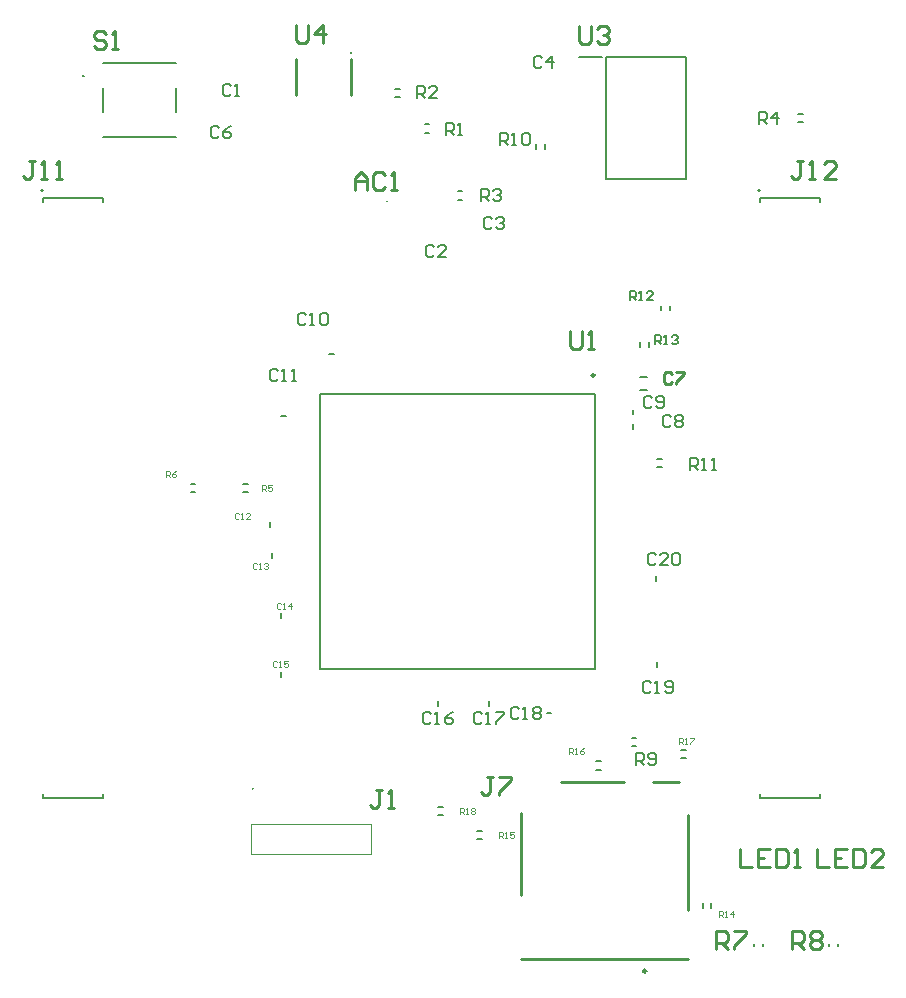
<source format=gto>
G04*
G04 #@! TF.GenerationSoftware,Altium Limited,Altium Designer,23.11.1 (41)*
G04*
G04 Layer_Color=65535*
%FSLAX25Y25*%
%MOIN*%
G70*
G04*
G04 #@! TF.SameCoordinates,3206F265-2646-4181-9204-0E6D39A93BEF*
G04*
G04*
G04 #@! TF.FilePolarity,Positive*
G04*
G01*
G75*
%ADD10C,0.00787*%
%ADD11C,0.00984*%
%ADD12C,0.01000*%
%ADD13C,0.00591*%
%ADD14C,0.00394*%
%ADD15C,0.00500*%
%ADD16C,0.00800*%
%ADD17C,0.00400*%
%ADD18C,0.00600*%
D10*
X33119Y279359D02*
G03*
X33119Y279359I-394J0D01*
G01*
X103169Y80000D02*
G03*
X103169Y80000I-197J0D01*
G01*
X272072Y279359D02*
G03*
X272072Y279359I-394J0D01*
G01*
X147683Y275843D02*
G03*
X147683Y275843I-106J0D01*
G01*
X46191Y317400D02*
G03*
X46585Y317400I197J0D01*
G01*
D02*
G03*
X46191Y317400I-197J0D01*
G01*
D02*
G03*
X46585Y317400I197J0D01*
G01*
X32969Y275422D02*
Y276800D01*
Y76800D02*
Y78178D01*
X52973Y76800D02*
Y78178D01*
Y275422D02*
Y276800D01*
X32969Y76800D02*
X52973D01*
X32969Y276800D02*
X52973D01*
X164760Y71122D02*
X166335D01*
X164760Y73878D02*
X166335D01*
X245713Y92878D02*
X247287D01*
X245713Y90122D02*
X247287D01*
X177713Y63122D02*
X179287D01*
X177713Y65878D02*
X179287D01*
X253059Y40232D02*
Y41807D01*
X255815Y40232D02*
Y41807D01*
X217460Y89124D02*
X219035D01*
X217460Y86368D02*
X219035D01*
X216966Y119934D02*
Y211666D01*
X125234Y119934D02*
X216966D01*
X125234D02*
Y211666D01*
X216966D01*
X232122Y227213D02*
Y228787D01*
X234878Y227213D02*
Y228787D01*
X241878Y239387D02*
Y240962D01*
X239122Y239387D02*
Y240962D01*
X82287Y181484D02*
X83862D01*
X82287Y178728D02*
X83862D01*
X99648D02*
X101223D01*
X99648Y181484D02*
X101223D01*
X237713Y187122D02*
X239287D01*
X237713Y189878D02*
X239287D01*
X197475Y293213D02*
Y294787D01*
X200231Y293213D02*
Y294787D01*
X229260Y96878D02*
X230835D01*
X229260Y94122D02*
X230835D01*
X271922Y276800D02*
X291926D01*
X271922Y76800D02*
X291926D01*
Y275422D02*
Y276800D01*
Y76800D02*
Y78178D01*
X271922Y76800D02*
Y78178D01*
Y275422D02*
Y276800D01*
X284713Y304878D02*
X286287D01*
X284713Y302122D02*
X286287D01*
X150348Y310476D02*
X151922D01*
X150348Y313232D02*
X151922D01*
X160213Y298622D02*
X161787D01*
X160213Y301378D02*
X161787D01*
X171213Y276359D02*
X172787D01*
X171213Y279115D02*
X172787D01*
X220634Y323744D02*
X247366D01*
Y283256D02*
Y323744D01*
X220634Y283256D02*
X247366D01*
X220634D02*
Y323744D01*
X211657Y323756D02*
X219256D01*
X52884Y321731D02*
X77294D01*
X52884Y297321D02*
X77294D01*
X52884Y305589D02*
Y313463D01*
X77294Y305589D02*
Y313463D01*
D11*
X216868Y217769D02*
G03*
X216868Y217769I-492J0D01*
G01*
D12*
X234142Y19180D02*
G03*
X234142Y19180I-551J0D01*
G01*
X135760Y325169D02*
G03*
X135760Y325169I-177J0D01*
G01*
X192417Y23183D02*
X248087D01*
Y39396D02*
Y71345D01*
X192417Y44648D02*
Y71959D01*
X205669Y82042D02*
X226764D01*
X236217D02*
X245055D01*
X135791Y311264D02*
Y323075D01*
X117287Y311264D02*
Y323075D01*
X242834Y218333D02*
X242167Y218999D01*
X240834D01*
X240168Y218333D01*
Y215667D01*
X240834Y215001D01*
X242167D01*
X242834Y215667D01*
X244166Y218999D02*
X246832D01*
Y218333D01*
X244166Y215667D01*
Y215001D01*
X282564Y26501D02*
Y32499D01*
X285563D01*
X286563Y31499D01*
Y29500D01*
X285563Y28500D01*
X282564D01*
X284563D02*
X286563Y26501D01*
X288562Y31499D02*
X289562Y32499D01*
X291561D01*
X292561Y31499D01*
Y30500D01*
X291561Y29500D01*
X292561Y28500D01*
Y27501D01*
X291561Y26501D01*
X289562D01*
X288562Y27501D01*
Y28500D01*
X289562Y29500D01*
X288562Y30500D01*
Y31499D01*
X289562Y29500D02*
X291561D01*
X257502Y26501D02*
Y32499D01*
X260501D01*
X261500Y31499D01*
Y29500D01*
X260501Y28500D01*
X257502D01*
X259501D02*
X261500Y26501D01*
X263500Y32499D02*
X267498D01*
Y31499D01*
X263500Y27501D01*
Y26501D01*
X291004Y59999D02*
Y54001D01*
X295002D01*
X301000Y59999D02*
X297002D01*
Y54001D01*
X301000D01*
X297002Y57000D02*
X299001D01*
X303000Y59999D02*
Y54001D01*
X305999D01*
X306998Y55001D01*
Y58999D01*
X305999Y59999D01*
X303000D01*
X312997Y54001D02*
X308998D01*
X312997Y58000D01*
Y58999D01*
X311997Y59999D01*
X309997D01*
X308998Y58999D01*
X265503Y59999D02*
Y54001D01*
X269502D01*
X275500Y59999D02*
X271501D01*
Y54001D01*
X275500D01*
X271501Y57000D02*
X273501D01*
X277499Y59999D02*
Y54001D01*
X280498D01*
X281498Y55001D01*
Y58999D01*
X280498Y59999D01*
X277499D01*
X283497Y54001D02*
X285497D01*
X284497D01*
Y59999D01*
X283497Y58999D01*
X117502Y334499D02*
Y329501D01*
X118501Y328501D01*
X120501D01*
X121500Y329501D01*
Y334499D01*
X126499Y328501D02*
Y334499D01*
X123500Y331500D01*
X127498D01*
X211600Y334198D02*
Y329200D01*
X212600Y328200D01*
X214599D01*
X215599Y329200D01*
Y334198D01*
X217598Y333198D02*
X218598Y334198D01*
X220597D01*
X221597Y333198D01*
Y332199D01*
X220597Y331199D01*
X219597D01*
X220597D01*
X221597Y330199D01*
Y329200D01*
X220597Y328200D01*
X218598D01*
X217598Y329200D01*
X208801Y232499D02*
Y227501D01*
X209801Y226501D01*
X211800D01*
X212800Y227501D01*
Y232499D01*
X214799Y226501D02*
X216799D01*
X215799D01*
Y232499D01*
X214799Y231499D01*
X54000Y331499D02*
X53000Y332499D01*
X51001D01*
X50001Y331499D01*
Y330500D01*
X51001Y329500D01*
X53000D01*
X54000Y328500D01*
Y327501D01*
X53000Y326501D01*
X51001D01*
X50001Y327501D01*
X55999Y326501D02*
X57999D01*
X56999D01*
Y332499D01*
X55999Y331499D01*
X286472Y289299D02*
X284472D01*
X285472D01*
Y284301D01*
X284472Y283301D01*
X283473D01*
X282473Y284301D01*
X288471Y283301D02*
X290471D01*
X289471D01*
Y289299D01*
X288471Y288299D01*
X297468Y283301D02*
X293470D01*
X297468Y287300D01*
Y288299D01*
X296468Y289299D01*
X294469D01*
X293470Y288299D01*
X30399Y289098D02*
X28399D01*
X29399D01*
Y284100D01*
X28399Y283100D01*
X27400D01*
X26400Y284100D01*
X32398Y283100D02*
X34397D01*
X33398D01*
Y289098D01*
X32398Y288098D01*
X37396Y283100D02*
X39396D01*
X38396D01*
Y289098D01*
X37396Y288098D01*
X183000Y83761D02*
X181001D01*
X182001D01*
Y78763D01*
X181001Y77763D01*
X180001D01*
X179002Y78763D01*
X185000Y83761D02*
X188998D01*
Y82762D01*
X185000Y78763D01*
Y77763D01*
X146000Y79499D02*
X144001D01*
X145000D01*
Y74501D01*
X144001Y73501D01*
X143001D01*
X142001Y74501D01*
X147999Y73501D02*
X149999D01*
X148999D01*
Y79499D01*
X147999Y78499D01*
X137034Y279501D02*
Y283500D01*
X139033Y285499D01*
X141033Y283500D01*
Y279501D01*
Y282500D01*
X137034D01*
X147031Y284499D02*
X146031Y285499D01*
X144032D01*
X143032Y284499D01*
Y280501D01*
X144032Y279501D01*
X146031D01*
X147031Y280501D01*
X149030Y279501D02*
X151029D01*
X150030D01*
Y285499D01*
X149030Y284499D01*
D13*
X237588Y120704D02*
Y122279D01*
X200963Y105285D02*
X202538D01*
X181736Y107527D02*
Y109102D01*
X164648Y107587D02*
Y109162D01*
X112422Y117213D02*
Y118787D01*
X112222Y136847D02*
Y138422D01*
X109403Y156797D02*
Y158372D01*
X108855Y167278D02*
Y168852D01*
X112428Y204186D02*
X114003D01*
X237500Y149213D02*
Y150787D01*
X229833Y199983D02*
Y201558D01*
Y204724D02*
Y206299D01*
X128322Y224776D02*
X129897D01*
X232081Y217228D02*
X234444D01*
X232081Y212897D02*
X234444D01*
D14*
X142500Y58051D02*
Y68051D01*
X102500D02*
X142500D01*
X102500Y58051D02*
Y68051D01*
Y58051D02*
X142500D01*
D15*
X294925Y27685D02*
Y28315D01*
X298075Y27685D02*
Y28315D01*
X269925Y27539D02*
Y28169D01*
X273075Y27539D02*
Y28169D01*
D16*
X162315Y104867D02*
X161649Y105533D01*
X160316D01*
X159649Y104867D01*
Y102201D01*
X160316Y101535D01*
X161649D01*
X162315Y102201D01*
X163648Y101535D02*
X164981D01*
X164315D01*
Y105533D01*
X163648Y104867D01*
X169646Y105533D02*
X168313Y104867D01*
X166980Y103534D01*
Y102201D01*
X167647Y101535D01*
X168980D01*
X169646Y102201D01*
Y102867D01*
X168980Y103534D01*
X166980D01*
X228751Y242807D02*
Y245806D01*
X230251D01*
X230751Y245306D01*
Y244306D01*
X230251Y243807D01*
X228751D01*
X229751D02*
X230751Y242807D01*
X231750D02*
X232750D01*
X232250D01*
Y245806D01*
X231750Y245306D01*
X236249Y242807D02*
X234249D01*
X236249Y244806D01*
Y245306D01*
X235749Y245806D01*
X234749D01*
X234249Y245306D01*
X237366Y158032D02*
X236699Y158699D01*
X235366D01*
X234700Y158032D01*
Y155367D01*
X235366Y154700D01*
X236699D01*
X237366Y155367D01*
X241365Y154700D02*
X238699D01*
X241365Y157366D01*
Y158032D01*
X240698Y158699D01*
X239365D01*
X238699Y158032D01*
X242697D02*
X243364Y158699D01*
X244697D01*
X245363Y158032D01*
Y155367D01*
X244697Y154700D01*
X243364D01*
X242697Y155367D01*
Y158032D01*
X235619Y115079D02*
X234953Y115746D01*
X233620D01*
X232954Y115079D01*
Y112413D01*
X233620Y111747D01*
X234953D01*
X235619Y112413D01*
X236952Y111747D02*
X238285D01*
X237619D01*
Y115746D01*
X236952Y115079D01*
X240284Y112413D02*
X240951Y111747D01*
X242284D01*
X242950Y112413D01*
Y115079D01*
X242284Y115746D01*
X240951D01*
X240284Y115079D01*
Y114413D01*
X240951Y113746D01*
X242950D01*
X191544Y106618D02*
X190877Y107284D01*
X189544D01*
X188878Y106618D01*
Y103952D01*
X189544Y103285D01*
X190877D01*
X191544Y103952D01*
X192877Y103285D02*
X194210D01*
X193543D01*
Y107284D01*
X192877Y106618D01*
X196209D02*
X196875Y107284D01*
X198208D01*
X198875Y106618D01*
Y105951D01*
X198208Y105285D01*
X198875Y104618D01*
Y103952D01*
X198208Y103285D01*
X196875D01*
X196209Y103952D01*
Y104618D01*
X196875Y105285D01*
X196209Y105951D01*
Y106618D01*
X196875Y105285D02*
X198208D01*
X179403Y104807D02*
X178737Y105474D01*
X177404D01*
X176737Y104807D01*
Y102142D01*
X177404Y101475D01*
X178737D01*
X179403Y102142D01*
X180736Y101475D02*
X182069D01*
X181403D01*
Y105474D01*
X180736Y104807D01*
X184069Y105474D02*
X186734D01*
Y104807D01*
X184069Y102142D01*
Y101475D01*
X111272Y219333D02*
X110605Y219999D01*
X109272D01*
X108606Y219333D01*
Y216667D01*
X109272Y216001D01*
X110605D01*
X111272Y216667D01*
X112604Y216001D02*
X113937D01*
X113271D01*
Y219999D01*
X112604Y219333D01*
X115937Y216001D02*
X117270D01*
X116603D01*
Y219999D01*
X115937Y219333D01*
X242334Y203833D02*
X241667Y204499D01*
X240334D01*
X239668Y203833D01*
Y201167D01*
X240334Y200501D01*
X241667D01*
X242334Y201167D01*
X243667Y203833D02*
X244333Y204499D01*
X245666D01*
X246332Y203833D01*
Y203167D01*
X245666Y202500D01*
X246332Y201834D01*
Y201167D01*
X245666Y200501D01*
X244333D01*
X243667Y201167D01*
Y201834D01*
X244333Y202500D01*
X243667Y203167D01*
Y203833D01*
X244333Y202500D02*
X245666D01*
X120730Y237833D02*
X120064Y238499D01*
X118731D01*
X118064Y237833D01*
Y235167D01*
X118731Y234501D01*
X120064D01*
X120730Y235167D01*
X122063Y234501D02*
X123396D01*
X122730D01*
Y238499D01*
X122063Y237833D01*
X125395D02*
X126062Y238499D01*
X127395D01*
X128061Y237833D01*
Y235167D01*
X127395Y234501D01*
X126062D01*
X125395Y235167D01*
Y237833D01*
X236100Y210243D02*
X235433Y210909D01*
X234101D01*
X233434Y210243D01*
Y207577D01*
X234101Y206910D01*
X235433D01*
X236100Y207577D01*
X237433D02*
X238099Y206910D01*
X239432D01*
X240099Y207577D01*
Y210243D01*
X239432Y210909D01*
X238099D01*
X237433Y210243D01*
Y209576D01*
X238099Y208910D01*
X240099D01*
X248668Y186063D02*
Y190062D01*
X250667D01*
X251334Y189395D01*
Y188062D01*
X250667Y187396D01*
X248668D01*
X250001D02*
X251334Y186063D01*
X252667D02*
X254000D01*
X253333D01*
Y190062D01*
X252667Y189395D01*
X255999Y186063D02*
X257332D01*
X256665D01*
Y190062D01*
X255999Y189395D01*
X185502Y294501D02*
Y298499D01*
X187501D01*
X188167Y297833D01*
Y296500D01*
X187501Y295834D01*
X185502D01*
X186835D02*
X188167Y294501D01*
X189500D02*
X190833D01*
X190167D01*
Y298499D01*
X189500Y297833D01*
X192833D02*
X193499Y298499D01*
X194832D01*
X195498Y297833D01*
Y295167D01*
X194832Y294501D01*
X193499D01*
X192833Y295167D01*
Y297833D01*
X230668Y88001D02*
Y91999D01*
X232667D01*
X233334Y91333D01*
Y90000D01*
X232667Y89334D01*
X230668D01*
X232001D02*
X233334Y88001D01*
X234666Y88667D02*
X235333Y88001D01*
X236666D01*
X237332Y88667D01*
Y91333D01*
X236666Y91999D01*
X235333D01*
X234666Y91333D01*
Y90666D01*
X235333Y90000D01*
X237332D01*
X271668Y301501D02*
Y305499D01*
X273667D01*
X274334Y304833D01*
Y303500D01*
X273667Y302834D01*
X271668D01*
X273001D02*
X274334Y301501D01*
X277666D02*
Y305499D01*
X275666Y303500D01*
X278332D01*
X163333Y260387D02*
X162667Y261053D01*
X161334D01*
X160668Y260387D01*
Y257721D01*
X161334Y257054D01*
X162667D01*
X163333Y257721D01*
X167332Y257054D02*
X164666D01*
X167332Y259720D01*
Y260387D01*
X166666Y261053D01*
X165333D01*
X164666Y260387D01*
X182752Y269725D02*
X182086Y270391D01*
X180753D01*
X180086Y269725D01*
Y267059D01*
X180753Y266392D01*
X182086D01*
X182752Y267059D01*
X184085Y269725D02*
X184751Y270391D01*
X186084D01*
X186751Y269725D01*
Y269058D01*
X186084Y268392D01*
X185418D01*
X186084D01*
X186751Y267725D01*
Y267059D01*
X186084Y266392D01*
X184751D01*
X184085Y267059D01*
X95746Y314333D02*
X95080Y314999D01*
X93747D01*
X93080Y314333D01*
Y311667D01*
X93747Y311001D01*
X95080D01*
X95746Y311667D01*
X97079Y311001D02*
X98412D01*
X97746D01*
Y314999D01*
X97079Y314333D01*
X91834Y300198D02*
X91167Y300864D01*
X89834D01*
X89168Y300198D01*
Y297532D01*
X89834Y296865D01*
X91167D01*
X91834Y297532D01*
X95832Y300864D02*
X94499Y300198D01*
X93167Y298865D01*
Y297532D01*
X93833Y296865D01*
X95166D01*
X95832Y297532D01*
Y298198D01*
X95166Y298865D01*
X93167D01*
X179168Y275738D02*
Y279737D01*
X181167D01*
X181834Y279070D01*
Y277737D01*
X181167Y277071D01*
X179168D01*
X180501D02*
X181834Y275738D01*
X183167Y279070D02*
X183833Y279737D01*
X185166D01*
X185832Y279070D01*
Y278404D01*
X185166Y277737D01*
X184499D01*
X185166D01*
X185832Y277071D01*
Y276404D01*
X185166Y275738D01*
X183833D01*
X183167Y276404D01*
X157555Y310249D02*
Y314247D01*
X159554D01*
X160221Y313581D01*
Y312248D01*
X159554Y311582D01*
X157555D01*
X158888D02*
X160221Y310249D01*
X164219D02*
X161554D01*
X164219Y312914D01*
Y313581D01*
X163553Y314247D01*
X162220D01*
X161554Y313581D01*
X167334Y298001D02*
Y301999D01*
X169334D01*
X170000Y301333D01*
Y300000D01*
X169334Y299334D01*
X167334D01*
X168667D02*
X170000Y298001D01*
X171333D02*
X172666D01*
X171999D01*
Y301999D01*
X171333Y301333D01*
X199259Y323507D02*
X198592Y324174D01*
X197259D01*
X196593Y323507D01*
Y320842D01*
X197259Y320175D01*
X198592D01*
X199259Y320842D01*
X202591Y320175D02*
Y324174D01*
X200592Y322175D01*
X203257D01*
D17*
X172048Y71500D02*
Y73500D01*
X173048D01*
X173381Y73167D01*
Y72500D01*
X173048Y72167D01*
X172048D01*
X172714D02*
X173381Y71500D01*
X174047D02*
X174714D01*
X174381D01*
Y73500D01*
X174047Y73167D01*
X175714D02*
X176047Y73500D01*
X176713D01*
X177046Y73167D01*
Y72833D01*
X176713Y72500D01*
X177046Y72167D01*
Y71834D01*
X176713Y71500D01*
X176047D01*
X175714Y71834D01*
Y72167D01*
X176047Y72500D01*
X175714Y72833D01*
Y73167D01*
X176047Y72500D02*
X176713D01*
X245096Y94938D02*
Y96937D01*
X246095D01*
X246429Y96604D01*
Y95938D01*
X246095Y95604D01*
X245096D01*
X245762D02*
X246429Y94938D01*
X247095D02*
X247762D01*
X247428D01*
Y96937D01*
X247095Y96604D01*
X248761Y96937D02*
X250094D01*
Y96604D01*
X248761Y95271D01*
Y94938D01*
X208273Y91456D02*
Y93456D01*
X209273D01*
X209606Y93123D01*
Y92456D01*
X209273Y92123D01*
X208273D01*
X208940D02*
X209606Y91456D01*
X210273D02*
X210939D01*
X210606D01*
Y93456D01*
X210273Y93123D01*
X213271Y93456D02*
X212605Y93123D01*
X211939Y92456D01*
Y91790D01*
X212272Y91456D01*
X212938D01*
X213271Y91790D01*
Y92123D01*
X212938Y92456D01*
X211939D01*
X185001Y63500D02*
Y65500D01*
X186001D01*
X186334Y65166D01*
Y64500D01*
X186001Y64167D01*
X185001D01*
X185667D02*
X186334Y63500D01*
X187000D02*
X187667D01*
X187333D01*
Y65500D01*
X187000Y65166D01*
X189999Y65500D02*
X188666D01*
Y64500D01*
X189333Y64833D01*
X189666D01*
X189999Y64500D01*
Y63834D01*
X189666Y63500D01*
X188999D01*
X188666Y63834D01*
X258238Y37067D02*
Y39066D01*
X259238D01*
X259571Y38733D01*
Y38067D01*
X259238Y37734D01*
X258238D01*
X258905D02*
X259571Y37067D01*
X260237D02*
X260904D01*
X260571D01*
Y39066D01*
X260237Y38733D01*
X262903Y37067D02*
Y39066D01*
X261904Y38067D01*
X263236D01*
X73934Y183817D02*
Y185816D01*
X74934D01*
X75267Y185483D01*
Y184816D01*
X74934Y184483D01*
X73934D01*
X74600D02*
X75267Y183817D01*
X77266Y185816D02*
X76600Y185483D01*
X75933Y184816D01*
Y184150D01*
X76266Y183817D01*
X76933D01*
X77266Y184150D01*
Y184483D01*
X76933Y184816D01*
X75933D01*
X105897Y179107D02*
Y181106D01*
X106896D01*
X107230Y180773D01*
Y180106D01*
X106896Y179773D01*
X105897D01*
X106563D02*
X107230Y179107D01*
X109229Y181106D02*
X107896D01*
Y180106D01*
X108563Y180439D01*
X108896D01*
X109229Y180106D01*
Y179440D01*
X108896Y179107D01*
X108229D01*
X107896Y179440D01*
X110891Y122253D02*
X110558Y122586D01*
X109892D01*
X109559Y122253D01*
Y120920D01*
X109892Y120587D01*
X110558D01*
X110891Y120920D01*
X111558Y120587D02*
X112224D01*
X111891D01*
Y122586D01*
X111558Y122253D01*
X114557Y122586D02*
X113224D01*
Y121587D01*
X113891Y121920D01*
X114224D01*
X114557Y121587D01*
Y120920D01*
X114224Y120587D01*
X113557D01*
X113224Y120920D01*
X112453Y141654D02*
X112120Y141988D01*
X111453D01*
X111120Y141654D01*
Y140322D01*
X111453Y139988D01*
X112120D01*
X112453Y140322D01*
X113120Y139988D02*
X113786D01*
X113453D01*
Y141988D01*
X113120Y141654D01*
X115785Y139988D02*
Y141988D01*
X114786Y140988D01*
X116119D01*
X104281Y154918D02*
X103948Y155251D01*
X103281D01*
X102948Y154918D01*
Y153585D01*
X103281Y153251D01*
X103948D01*
X104281Y153585D01*
X104947Y153251D02*
X105614D01*
X105280D01*
Y155251D01*
X104947Y154918D01*
X106613D02*
X106947Y155251D01*
X107613D01*
X107946Y154918D01*
Y154584D01*
X107613Y154251D01*
X107280D01*
X107613D01*
X107946Y153918D01*
Y153585D01*
X107613Y153251D01*
X106947D01*
X106613Y153585D01*
X98256Y171569D02*
X97923Y171902D01*
X97256D01*
X96923Y171569D01*
Y170236D01*
X97256Y169903D01*
X97923D01*
X98256Y170236D01*
X98922Y169903D02*
X99589D01*
X99256D01*
Y171902D01*
X98922Y171569D01*
X101921Y169903D02*
X100588D01*
X101921Y171236D01*
Y171569D01*
X101588Y171902D01*
X100922D01*
X100588Y171569D01*
D18*
X237145Y228135D02*
Y231135D01*
X238644D01*
X239144Y230635D01*
Y229635D01*
X238644Y229135D01*
X237145D01*
X238145D02*
X239144Y228135D01*
X240144D02*
X241144D01*
X240644D01*
Y231135D01*
X240144Y230635D01*
X242643D02*
X243143Y231135D01*
X244143D01*
X244642Y230635D01*
Y230135D01*
X244143Y229635D01*
X243643D01*
X244143D01*
X244642Y229135D01*
Y228635D01*
X244143Y228135D01*
X243143D01*
X242643Y228635D01*
M02*

</source>
